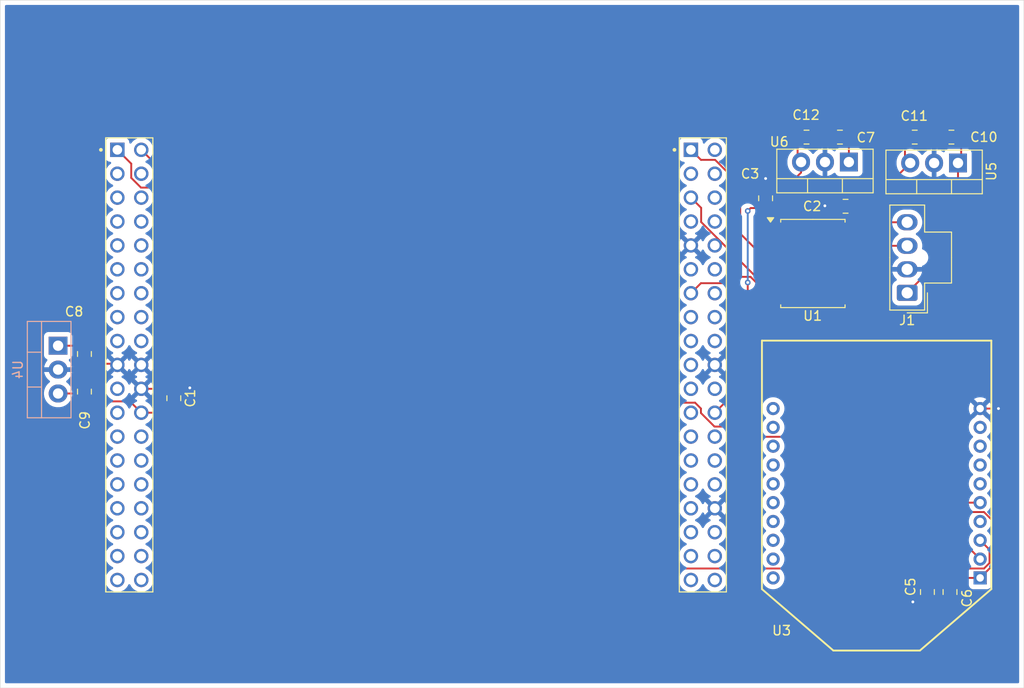
<source format=kicad_pcb>
(kicad_pcb (version 20240108) (generator "pcbnew") (generator_version "8.0")
  (layers (0 "F.Cu" signal) (31 "B.Cu" signal) (34 "B.Paste" user) (35 "F.Paste" user) (36 "B.SilkS" user "B.Silkscreen") (37 "F.SilkS" user "F.Silkscreen") (38 "B.Mask" user) (39 "F.Mask" user) (44 "Edge.Cuts" user))
  (net 0 "")
  (net 1 "GND")
  (net 2 "+12V")
  (net 3 "+9V")
  (net 4 "+5V")
  (net 5 "/CANL")
  (net 6 "/CAN1_TX")
  (net 7 "/CAN1_RX")
  (net 8 "/CANH")
  (net 16 "/RADIO_RESET")
  (net 19 "/RADIO_IN")
  (net 25 "/RADIO_OUT")
  (net 26 "+3V3")
  (footprint "Capacitor_SMD:C_0805_2012Metric_Pad1.18x1.45mm_HandSolder" (layer "F.Cu") (at 132 79.05 -90)
    (property "Reference" "C3" (at -2.6 1.65 0) (layer "F.SilkS"))
    (property "Value" "100nf")
    (fp_line (start -0.261252 0.735) (end 0.261252 0.735) (stroke (width 0.12)) (layer "F.SilkS"))
    (fp_line (start -0.261252 -0.735) (end 0.261252 -0.735) (stroke (width 0.12)) (layer "F.SilkS"))
    (pad "1" smd roundrect (at -1.0375 0 270) (size 1.175 1.45) (layers "F.Cu" "F.Paste" "F.Mask") (roundrect_rratio 0.212766) (net 1 "GND"))
    (pad "2" smd roundrect (at 1.0375 0 270) (size 1.175 1.45) (layers "F.Cu" "F.Paste" "F.Mask") (roundrect_rratio 0.212766) (net 26 "+3V3"))
  )
  (footprint "Capacitor_SMD:C_0805_2012Metric_Pad1.18x1.45mm_HandSolder" (layer "F.Cu") (at 151.75 72.55 180)
    (property "Reference" "C10" (at -3.45 0 0) (layer "F.SilkS"))
    (property "Value" "330nf")
    (fp_line (start -0.261252 0.735) (end 0.261252 0.735) (stroke (width 0.12)) (layer "F.SilkS"))
    (fp_line (start -0.261252 -0.735) (end 0.261252 -0.735) (stroke (width 0.12)) (layer "F.SilkS"))
    (pad "1" smd roundrect (at -1.0375 0 180) (size 1.175 1.45) (layers "F.Cu" "F.Paste" "F.Mask") (roundrect_rratio 0.212766) (net 2 "+12V"))
    (pad "2" smd roundrect (at 1.0375 0 180) (size 1.175 1.45) (layers "F.Cu" "F.Paste" "F.Mask") (roundrect_rratio 0.212766) (net 1 "GND"))
  )
  (footprint "FS_3_Global_Footprint_Library:NUCLEO-F446RE" (layer "F.Cu") (at 94.85 83.41)
    (property "Reference" "U2" (hide yes))
    (property "Value" "NUCLEO-F446RE" (hide yes))
    (fp_line (start -32.98 -10.78) (end -32.98 37.48) (stroke (width 0.127)) (layer "F.SilkS"))
    (fp_line (start -32.98 -10.78) (end -32.98 37.48) (stroke (width 0.127)) (layer "F.SilkS"))
    (fp_line (start -32.98 37.48) (end -27.98 37.48) (stroke (width 0.127)) (layer "F.SilkS"))
    (fp_line (start -27.98 -10.78) (end -32.98 -10.78) (stroke (width 0.127)) (layer "F.SilkS"))
    (fp_line (start -27.98 37.48) (end -27.98 -10.78) (stroke (width 0.127)) (layer "F.SilkS"))
    (fp_line (start 27.98 -10.78) (end 27.98 37.48) (stroke (width 0.127)) (layer "F.SilkS"))
    (fp_line (start 32.98 -10.78) (end 27.98 -10.78) (stroke (width 0.127)) (layer "F.SilkS"))
    (fp_line (start 32.98 -10.78) (end 32.98 37.48) (stroke (width 0.127)) (layer "F.SilkS"))
    (fp_line (start 32.98 37.48) (end 27.98 37.48) (stroke (width 0.127)) (layer "F.SilkS"))
    (fp_circle (center -33.5 -9.51) (end -33.4 -9.51) (stroke (width 0.2)) (fill none) (layer "F.SilkS"))
    (fp_circle (center 27.46 -9.51) (end 27.56 -9.51) (stroke (width 0.2)) (fill none) (layer "F.SilkS"))
    (pad "CN7_1" thru_hole rect (at -31.75 -9.51) (size 1.53 1.53) (drill 1.02) (layers "*.Cu" "*.Mask") (net 19 "/RADIO_IN"))
    (pad "CN7_2" thru_hole circle (at -29.21 -9.51) (size 1.53 1.53) (drill 1.02) (layers "*.Cu" "*.Mask") (net 25 "/RADIO_OUT"))
    (pad "CN7_3" thru_hole circle (at -31.75 -6.97) (size 1.53 1.53) (drill 1.02) (layers "*.Cu" "*.Mask"))
    (pad "CN7_4" thru_hole circle (at -29.21 -6.97) (size 1.53 1.53) (drill 1.02) (layers "*.Cu" "*.Mask"))
    (pad "CN7_5" thru_hole circle (at -31.75 -4.43) (size 1.53 1.53) (drill 1.02) (layers "*.Cu" "*.Mask"))
    (pad "CN7_6" thru_hole circle (at -29.21 -4.43) (size 1.53 1.53) (drill 1.02) (layers "*.Cu" "*.Mask"))
    (pad "CN7_7" thru_hole circle (at -31.75 -1.89) (size 1.53 1.53) (drill 1.02) (layers "*.Cu" "*.Mask"))
    (pad "CN7_8" thru_hole circle (at -29.21 -1.89) (size 1.53 1.53) (drill 1.02) (layers "*.Cu" "*.Mask"))
    (pad "CN7_9" thru_hole circle (at -31.75 0.65) (size 1.53 1.53) (drill 1.02) (layers "*.Cu" "*.Mask"))
    (pad "CN7_10" thru_hole circle (at -29.21 0.65) (size 1.53 1.53) (drill 1.02) (layers "*.Cu" "*.Mask"))
    (pad "CN7_11" thru_hole circle (at -31.75 3.19) (size 1.53 1.53) (drill 1.02) (layers "*.Cu" "*.Mask"))
    (pad "CN7_12" thru_hole circle (at -29.21 3.19) (size 1.53 1.53) (drill 1.02) (layers "*.Cu" "*.Mask"))
    (pad "CN7_13" thru_hole circle (at -31.75 5.73) (size 1.53 1.53) (drill 1.02) (layers "*.Cu" "*.Mask"))
    (pad "CN7_14" thru_hole circle (at -29.21 5.73) (size 1.53 1.53) (drill 1.02) (layers "*.Cu" "*.Mask"))
    (pad "CN7_15" thru_hole circle (at -31.75 8.27) (size 1.53 1.53) (drill 1.02) (layers "*.Cu" "*.Mask"))
    (pad "CN7_16" thru_hole circle (at -29.21 8.27) (size 1.53 1.53) (drill 1.02) (layers "*.Cu" "*.Mask"))
    (pad "CN7_17" thru_hole circle (at -31.75 10.81) (size 1.53 1.53) (drill 1.02) (layers "*.Cu" "*.Mask"))
    (pad "CN7_18" thru_hole circle (at -29.21 10.81) (size 1.53 1.53) (drill 1.02) (layers "*.Cu" "*.Mask"))
    (pad "CN7_19" thru_hole circle (at -31.75 13.35) (size 1.53 1.53) (drill 1.02) (layers "*.Cu" "*.Mask") (net 1 "GND"))
    (pad "CN7_20" thru_hole circle (at -29.21 13.35) (size 1.53 1.53) (drill 1.02) (layers "*.Cu" "*.Mask") (net 1 "GND"))
    (pad "CN7_21" thru_hole circle (at -31.75 15.89) (size 1.53 1.53) (drill 1.02) (layers "*.Cu" "*.Mask"))
    (pad "CN7_22" thru_hole circle (at -29.21 15.89) (size 1.53 1.53) (drill 1.02) (layers "*.Cu" "*.Mask") (net 1 "GND"))
    (pad "CN7_23" thru_hole circle (at -31.75 18.43) (size 1.53 1.53) (drill 1.02) (layers "*.Cu" "*.Mask"))
    (pad "CN7_24" thru_hole circle (at -29.21 18.43) (size 1.53 1.53) (drill 1.02) (layers "*.Cu" "*.Mask") (net 3 "+9V"))
    (pad "CN7_25" thru_hole circle (at -31.75 20.97) (size 1.53 1.53) (drill 1.02) (layers "*.Cu" "*.Mask"))
    (pad "CN7_26" thru_hole circle (at -29.21 20.97) (size 1.53 1.53) (drill 1.02) (layers "*.Cu" "*.Mask"))
    (pad "CN7_27" thru_hole circle (at -31.75 23.51) (size 1.53 1.53) (drill 1.02) (layers "*.Cu" "*.Mask"))
    (pad "CN7_28" thru_hole circle (at -29.21 23.51) (size 1.53 1.53) (drill 1.02) (layers "*.Cu" "*.Mask"))
    (pad "CN7_29" thru_hole circle (at -31.75 26.05) (size 1.53 1.53) (drill 1.02) (layers "*.Cu" "*.Mask"))
    (pad "CN7_30" thru_hole circle (at -29.21 26.05) (size 1.53 1.53) (drill 1.02) (layers "*.Cu" "*.Mask"))
    (pad "CN7_31" thru_hole circle (at -31.75 28.59) (size 1.53 1.53) (drill 1.02) (layers "*.Cu" "*.Mask"))
    (pad "CN7_32" thru_hole circle (at -29.21 28.59) (size 1.53 1.53) (drill 1.02) (layers "*.Cu" "*.Mask"))
    (pad "CN7_33" thru_hole circle (at -31.75 31.13) (size 1.53 1.53) (drill 1.02) (layers "*.Cu" "*.Mask"))
    (pad "CN7_34" thru_hole circle (at -29.21 31.13) (size 1.53 1.53) (drill 1.02) (layers "*.Cu" "*.Mask"))
    (pad "CN7_35" thru_hole circle (at -31.75 33.67) (size 1.53 1.53) (drill 1.02) (layers "*.Cu" "*.Mask"))
    (pad "CN7_36" thru_hole circle (at -29.21 33.67) (size 1.53 1.53) (drill 1.02) (layers "*.Cu" "*.Mask"))
    (pad "CN7_37" thru_hole circle (at -31.75 36.21) (size 1.53 1.53) (drill 1.02) (layers "*.Cu" "*.Mask"))
    (pad "CN7_38" thru_hole circle (at -29.21 36.21) (size 1.53 1.53) (drill 1.02) (layers "*.Cu" "*.Mask"))
    (pad "CN10_1" thru_hole rect (at 29.21 -9.51) (size 1.53 1.53) (drill 1.02) (layers "*.Cu" "*.Mask") (net 7 "/CAN1_RX"))
    (pad "CN10_2" thru_hole circle (at 31.75 -9.51) (size 1.53 1.53) (drill 1.02) (layers "*.Cu" "*.Mask"))
    (pad "CN10_3" thru_hole circle (at 29.21 -6.97) (size 1.53 1.53) (drill 1.02) (layers "*.Cu" "*.Mask"))
    (pad "CN10_4" thru_hole circle (at 31.75 -6.97) (size 1.53 1.53) (drill 1.02) (layers "*.Cu" "*.Mask"))
    (pad "CN10_5" thru_hole circle (at 29.21 -4.43) (size 1.53 1.53) (drill 1.02) (layers "*.Cu" "*.Mask") (net 6 "/CAN1_TX"))
    (pad "CN10_6" thru_hole circle (at 31.75 -4.43) (size 1.53 1.53) (drill 1.02) (layers "*.Cu" "*.Mask"))
    (pad "CN10_7" thru_hole circle (at 29.21 -1.89) (size 1.53 1.53) (drill 1.02) (layers "*.Cu" "*.Mask"))
    (pad "CN10_8" thru_hole circle (at 31.75 -1.89) (size 1.53 1.53) (drill 1.02) (layers "*.Cu" "*.Mask"))
    (pad "CN10_9" thru_hole circle (at 29.21 0.65) (size 1.53 1.53) (drill 1.02) (layers "*.Cu" "*.Mask") (net 1 "GND"))
    (pad "CN10_10" thru_hole circle (at 31.75 0.65) (size 1.53 1.53) (drill 1.02) (layers "*.Cu" "*.Mask"))
    (pad "CN10_11" thru_hole circle (at 29.21 3.19) (size 1.53 1.53) (drill 1.02) (layers "*.Cu" "*.Mask"))
    (pad "CN10_12" thru_hole circle (at 31.75 3.19) (size 1.53 1.53) (drill 1.02) (layers "*.Cu" "*.Mask"))
    (pad "CN10_13" thru_hole circle (at 29.21 5.73) (size 1.53 1.53) (drill 1.02) (layers "*.Cu" "*.Mask") (net 16 "/RADIO_RESET"))
    (pad "CN10_14" thru_hole circle (at 31.75 5.73) (size 1.53 1.53) (drill 1.02) (layers "*.Cu" "*.Mask"))
    (pad "CN10_15" thru_hole circle (at 29.21 8.27) (size 1.53 1.53) (drill 1.02) (layers "*.Cu" "*.Mask"))
    (pad "CN10_16" thru_hole circle (at 31.75 8.27) (size 1.53 1.53) (drill 1.02) (layers "*.Cu" "*.Mask"))
    (pad "CN10_17" thru_hole circle (at 29.21 10.81) (size 1.53 1.53) (drill 1.02) (layers "*.Cu" "*.Mask"))
    (pad "CN10_18" thru_hole circle (at 31.75 10.81) (size 1.53 1.53) (drill 1.02) (layers "*.Cu" "*.Mask"))
    (pad "CN10_19" thru_hole circle (at 29.21 13.35) (size 1.53 1.53) (drill 1.02) (layers "*.Cu" "*.Mask"))
    (pad "CN10_20" thru_hole circle (at 31.75 13.35) (size 1.53 1.53) (drill 1.02) (layers "*.Cu" "*.Mask") (net 1 "GND"))
    (pad "CN10_21" thru_hole circle (at 29.21 15.89) (size 1.53 1.53) (drill 1.02) (layers "*.Cu" "*.Mask"))
    (pad "CN10_22" thru_hole circle (at 31.75 15.89) (size 1.53 1.53) (drill 1.02) (layers "*.Cu" "*.Mask"))
    (pad "CN10_23" thru_hole circle (at 29.21 18.43) (size 1.53 1.53) (drill 1.02) (layers "*.Cu" "*.Mask"))
    (pad "CN10_24" thru_hole circle (at 31.75 18.43) (size 1.53 1.53) (drill 1.02) (layers "*.Cu" "*.Mask") (net 26 "+3V3"))
    (pad "CN10_25" thru_hole circle (at 29.21 20.97) (size 1.53 1.53) (drill 1.02) (layers "*.Cu" "*.Mask"))
    (pad "CN10_26" thru_hole circle (at 31.75 20.97) (size 1.53 1.53) (drill 1.02) (layers "*.Cu" "*.Mask"))
    (pad "CN10_27" thru_hole circle (at 29.21 23.51) (size 1.53 1.53) (drill 1.02) (layers "*.Cu" "*.Mask"))
    (pad "CN10_28" thru_hole circle (at 31.75 23.51) (size 1.53 1.53) (drill 1.02) (layers "*.Cu" "*.Mask"))
    (pad "CN10_29" thru_hole circle (at 29.21 26.05) (size 1.53 1.53) (drill 1.02) (layers "*.Cu" "*.Mask"))
    (pad "CN10_30" thru_hole circle (at 31.75 26.05) (size 1.53 1.53) (drill 1.02) (layers "*.Cu" "*.Mask"))
    (pad "CN10_31" thru_hole circle (at 29.21 28.59) (size 1.53 1.53) (drill 1.02) (layers "*.Cu" "*.Mask"))
    (pad "CN10_32" thru_hole circle (at 31.75 28.59) (size 1.53 1.53) (drill 1.02) (layers "*.Cu" "*.Mask") (net 1 "GND"))
    (pad "CN10_33" thru_hole circle (at 29.21 31.13) (size 1.53 1.53) (drill 1.02) (layers "*.Cu" "*.Mask"))
    (pad "CN10_34" thru_hole circle (at 31.75 31.13) (size 1.53 1.53) (drill 1.02) (layers "*.Cu" "*.Mask"))
    (pad "CN10_35" thru_hole circle (at 29.21 33.67) (size 1.53 1.53) (drill 1.02) (layers "*.Cu" "*.Mask"))
    (pad "CN10_36" thru_hole circle (at 31.75 33.67) (size 1.53 1.53) (drill 1.02) (layers "*.Cu" "*.Mask"))
    (pad "CN10_37" thru_hole circle (at 29.21 36.21) (size 1.53 1.53) (drill 1.02) (layers "*.Cu" "*.Mask"))
    (pad "CN10_38" thru_hole circle (at 31.75 36.21) (size 1.53 1.53) (drill 1.02) (layers "*.Cu" "*.Mask"))
  )
  (footprint "Capacitor_SMD:C_0805_2012Metric" (layer "F.Cu") (at 139.9 72.55 180)
    (property "Reference" "C7" (at -2.75 -0.05 0) (layer "F.SilkS"))
    (property "Value" "0.1 µF")
    (fp_line (start -0.261252 0.735) (end 0.261252 0.735) (stroke (width 0.12)) (layer "F.SilkS"))
    (fp_line (start -0.261252 -0.735) (end 0.261252 -0.735) (stroke (width 0.12)) (layer "F.SilkS"))
    (pad "1" smd roundrect (at -0.95 0 180) (size 1 1.45) (layers "F.Cu" "F.Paste" "F.Mask") (net 2 "+12V"))
    (pad "2" smd roundrect (at 0.95 0 180) (size 1 1.45) (layers "F.Cu" "F.Paste" "F.Mask") (net 1 "GND"))
  )
  (footprint "Capacitor_SMD:C_0805_2012Metric_Pad1.18x1.45mm_HandSolder" (layer "F.Cu") (at 140.5 79.9)
    (property "Reference" "C2" (at -3.55 0 0) (layer "F.SilkS"))
    (property "Value" "100nf")
    (fp_line (start -0.261252 -0.735) (end 0.261252 -0.735) (stroke (width 0.12)) (layer "F.SilkS"))
    (fp_line (start -0.261252 0.735) (end 0.261252 0.735) (stroke (width 0.12)) (layer "F.SilkS"))
    (pad "1" smd roundrect (at -1.0375 0) (size 1.175 1.45) (layers "F.Cu" "F.Paste" "F.Mask") (roundrect_rratio 0.212766) (net 1 "GND"))
    (pad "2" smd roundrect (at 1.0375 0) (size 1.175 1.45) (layers "F.Cu" "F.Paste" "F.Mask") (roundrect_rratio 0.212766) (net 4 "+5V"))
  )
  (footprint "Capacitor_SMD:C_0805_2012Metric_Pad1.18x1.45mm_HandSolder" (layer "F.Cu") (at 151.6 120.9 -90)
    (property "Reference" "C6" (at 0.65 -1.8 90) (layer "F.SilkS"))
    (property "Value" "47 pF")
    (fp_line (start -0.261252 0.735) (end 0.261252 0.735) (stroke (width 0.12)) (layer "F.SilkS"))
    (fp_line (start -0.261252 -0.735) (end 0.261252 -0.735) (stroke (width 0.12)) (layer "F.SilkS"))
    (pad "1" smd roundrect (at -1.0375 0 270) (size 1.175 1.45) (layers "F.Cu" "F.Paste" "F.Mask") (roundrect_rratio 0.212766) (net 26 "+3V3"))
    (pad "2" smd roundrect (at 1.0375 0 270) (size 1.175 1.45) (layers "F.Cu" "F.Paste" "F.Mask") (roundrect_rratio 0.212766) (net 1 "GND"))
  )
  (footprint "Connector_Molex:Molex_Nano-Fit_105309-xx04_1x04_P2.50mm_Vertical" (layer "F.Cu") (at 147.05 89.1 180)
    (property "Reference" "J1" (at 0 -2.92 0) (layer "F.SilkS"))
    (property "Value" "Molar Nanofit Connectors")
    (fp_line (start 1.85 9.33) (end -1.85 9.33) (stroke (width 0.12)) (layer "F.SilkS"))
    (fp_line (start 1.85 3.75) (end 1.85 9.33) (stroke (width 0.12)) (layer "F.SilkS"))
    (fp_line (start 1.85 3.75) (end 1.85 -1.83) (stroke (width 0.12)) (layer "F.SilkS"))
    (fp_line (start 1.85 -1.83) (end -1.85 -1.83) (stroke (width 0.12)) (layer "F.SilkS"))
    (fp_line (start 0 -2.13) (end -2.15 -2.13) (stroke (width 0.12)) (layer "F.SilkS"))
    (fp_line (start -1.85 9.33) (end -1.85 6.46) (stroke (width 0.12)) (layer "F.SilkS"))
    (fp_line (start -1.85 6.46) (end -4.71 6.46) (stroke (width 0.12)) (layer "F.SilkS"))
    (fp_line (start -1.85 1.04) (end -4.71 1.04) (stroke (width 0.12)) (layer "F.SilkS"))
    (fp_line (start -1.85 -1.83) (end -1.85 1.04) (stroke (width 0.12)) (layer "F.SilkS"))
    (fp_line (start -2.15 -2.13) (end -2.15 0) (stroke (width 0.12)) (layer "F.SilkS"))
    (fp_line (start -4.71 6.46) (end -4.71 3.75) (stroke (width 0.12)) (layer "F.SilkS"))
    (fp_line (start -4.71 1.04) (end -4.71 3.75) (stroke (width 0.12)) (layer "F.SilkS"))
    (pad "" np_thru_hole circle (at -1.34 3.75 180) (size 1.3 1.3) (drill 1.3) (layers "*.Cu" "*.Mask"))
    (pad "1" thru_hole roundrect (at 0 0 180) (size 2.2 1.7) (drill 1.2) (layers "*.Cu" "*.Mask") (roundrect_rratio 0.147059) (net 2 "+12V"))
    (pad "2" thru_hole oval (at 0 2.5 180) (size 2.2 1.7) (drill 1.2) (layers "*.Cu" "*.Mask") (net 1 "GND"))
    (pad "3" thru_hole oval (at 0 5 180) (size 2.2 1.7) (drill 1.2) (layers "*.Cu" "*.Mask") (net 5 "/CANL"))
    (pad "4" thru_hole oval (at 0 7.5 180) (size 2.2 1.7) (drill 1.2) (layers "*.Cu" "*.Mask") (net 8 "/CANH"))
  )
  (footprint "Capacitor_SMD:C_0805_2012Metric_Pad1.18x1.45mm_HandSolder" (layer "F.Cu") (at 147.85 72.55)
    (property "Reference" "C11" (at -0.05 -2.25 0) (layer "F.SilkS"))
    (property "Value" "100nf")
    (fp_line (start -0.261252 -0.735) (end 0.261252 -0.735) (stroke (width 0.12)) (layer "F.SilkS"))
    (fp_line (start -0.261252 0.735) (end 0.261252 0.735) (stroke (width 0.12)) (layer "F.SilkS"))
    (pad "1" smd roundrect (at -1.0375 0) (size 1.175 1.45) (layers "F.Cu" "F.Paste" "F.Mask") (roundrect_rratio 0.212766) (net 4 "+5V"))
    (pad "2" smd roundrect (at 1.0375 0) (size 1.175 1.45) (layers "F.Cu" "F.Paste" "F.Mask") (roundrect_rratio 0.212766) (net 1 "GND"))
  )
  (footprint "Capacitor_SMD:C_0805_2012Metric_Pad1.18x1.45mm_HandSolder" (layer "F.Cu") (at 59.6 95.6 -90)
    (property "Reference" "C8" (at -4.5 1.1 0) (layer "F.SilkS"))
    (property "Value" "330nf")
    (fp_line (start -0.261252 0.735) (end 0.261252 0.735) (stroke (width 0.12)) (layer "F.SilkS"))
    (fp_line (start -0.261252 -0.735) (end 0.261252 -0.735) (stroke (width 0.12)) (layer "F.SilkS"))
    (pad "1" smd roundrect (at -1.0375 0 270) (size 1.175 1.45) (layers "F.Cu" "F.Paste" "F.Mask") (roundrect_rratio 0.212766) (net 2 "+12V"))
    (pad "2" smd roundrect (at 1.0375 0 270) (size 1.175 1.45) (layers "F.Cu" "F.Paste" "F.Mask") (roundrect_rratio 0.212766) (net 1 "GND"))
  )
  (footprint "Capacitor_SMD:C_0805_2012Metric_Pad1.18x1.45mm_HandSolder" (layer "F.Cu") (at 69.1 100.3 90)
    (property "Reference" "C1" (at 0 1.75 90) (layer "F.SilkS"))
    (property "Value" "100nF")
    (fp_line (start -0.261252 -0.735) (end 0.261252 -0.735) (stroke (width 0.12)) (layer "F.SilkS"))
    (fp_line (start -0.261252 0.735) (end 0.261252 0.735) (stroke (width 0.12)) (layer "F.SilkS"))
    (pad "1" smd roundrect (at -1.0375 0 90) (size 1.175 1.45) (layers "F.Cu" "F.Paste" "F.Mask") (roundrect_rratio 0.212766) (net 3 "+9V"))
    (pad "2" smd roundrect (at 1.0375 0 90) (size 1.175 1.45) (layers "F.Cu" "F.Paste" "F.Mask") (roundrect_rratio 0.212766) (net 1 "GND"))
  )
  (footprint "FS_3_Global_Footprint_Library:XBP9B-DPST-001" (layer "F.Cu") (at 143.8 110.65 180)
    (property "Reference" "U3" (at 10.1 -14.35 0) (layer "F.SilkS") (effects (font (size 1.003055 1.003055))))
    (property "Value" "XBP9B-DPST-001")
    (fp_line (start 12.19 16.47) (end -12.19 16.47) (stroke (width 0.2)) (layer "F.SilkS"))
    (fp_line (start 12.19 -9.94) (end 12.19 16.47) (stroke (width 0.2)) (layer "F.SilkS"))
    (fp_line (start 12.19 -9.94) (end 4.6 -16.47) (stroke (width 0.2)) (layer "F.SilkS"))
    (fp_line (start -4.6 -16.47) (end 4.6 -16.47) (stroke (width 0.2)) (layer "F.SilkS"))
    (fp_line (start -12.19 16.47) (end -12.19 -9.94) (stroke (width 0.2)) (layer "F.SilkS"))
    (fp_line (start -12.19 -9.94) (end -4.6 -16.47) (stroke (width 0.2)) (layer "F.SilkS"))
    (pad "1" thru_hole rect (at -11 -8.75 180) (size 1.4 1.4) (drill 0.8) (layers "*.Cu" "*.Mask") (net 26 "+3V3"))
    (pad "2" thru_hole circle (at -11 -6.75 180) (size 1.4 1.4) (drill 0.8) (layers "*.Cu" "*.Mask") (net 25 "/RADIO_OUT"))
    (pad "3" thru_hole circle (at -11 -4.75 180) (size 1.4 1.4) (drill 0.8) (layers "*.Cu" "*.Mask") (net 19 "/RADIO_IN"))
    (pad "4" thru_hole circle (at -11 -2.75 180) (size 1.4 1.4) (drill 0.8) (layers "*.Cu" "*.Mask"))
    (pad "5" thru_hole circle (at -11 -0.75 180) (size 1.4 1.4) (drill 0.8) (layers "*.Cu" "*.Mask") (net 16 "/RADIO_RESET"))
    (pad "6" thru_hole circle (at -11 1.25 180) (size 1.4 1.4) (drill 0.8) (layers "*.Cu" "*.Mask"))
    (pad "7" thru_hole circle (at -11 3.25 180) (size 1.4 1.4) (drill 0.8) (layers "*.Cu" "*.Mask"))
    (pad "8" thru_hole circle (at -11 5.25 180) (size 1.4 1.4) (drill 0.8) (layers "*.Cu" "*.Mask"))
    (pad "9" thru_hole circle (at -11 7.25 180) (size 1.4 1.4) (drill 0.8) (layers "*.Cu" "*.Mask"))
    (pad "10" thru_hole circle (at -11 9.25 180) (size 1.4 1.4) (drill 0.8) (layers "*.Cu" "*.Mask") (net 1 "GND"))
    (pad "11" thru_hole circle (at 11 9.25 180) (size 1.4 1.4) (drill 0.8) (layers "*.Cu" "*.Mask"))
    (pad "12" thru_hole circle (at 11 7.25 180) (size 1.4 1.4) (drill 0.8) (layers "*.Cu" "*.Mask"))
    (pad "13" thru_hole circle (at 11 5.25 180) (size 1.4 1.4) (drill 0.8) (layers "*.Cu" "*.Mask"))
    (pad "14" thru_hole circle (at 11 3.25 180) (size 1.4 1.4) (drill 0.8) (layers "*.Cu" "*.Mask"))
    (pad "15" thru_hole circle (at 11 1.25 180) (size 1.4 1.4) (drill 0.8) (layers "*.Cu" "*.Mask"))
    (pad "16" thru_hole circle (at 11 -0.75 180) (size 1.4 1.4) (drill 0.8) (layers "*.Cu" "*.Mask"))
    (pad "17" thru_hole circle (at 11 -2.75 180) (size 1.4 1.4) (drill 0.8) (layers "*.Cu" "*.Mask"))
    (pad "18" thru_hole circle (at 11 -4.75 180) (size 1.4 1.4) (drill 0.8) (layers "*.Cu" "*.Mask"))
    (pad "19" thru_hole circle (at 11 -6.75 180) (size 1.4 1.4) (drill 0.8) (layers "*.Cu" "*.Mask"))
    (pad "20" thru_hole circle (at 11 -8.75 180) (size 1.4 1.4) (drill 0.8) (layers "*.Cu" "*.Mask"))
  )
  (footprint "Capacitor_SMD:C_0805_2012Metric_Pad1.18x1.45mm_HandSolder" (layer "F.Cu") (at 149.2 120.9 -90)
    (property "Reference" "C5" (at -0.55 1.8 90) (layer "F.SilkS"))
    (property "Value" "1.0 uF")
    (fp_line (start -0.261252 0.735) (end 0.261252 0.735) (stroke (width 0.12)) (layer "F.SilkS"))
    (fp_line (start -0.261252 -0.735) (end 0.261252 -0.735) (stroke (width 0.12)) (layer "F.SilkS"))
    (pad "1" smd roundrect (at -1.0375 0 270) (size 1.175 1.45) (layers "F.Cu" "F.Paste" "F.Mask") (roundrect_rratio 0.212766) (net 26 "+3V3"))
    (pad "2" smd roundrect (at 1.0375 0 270) (size 1.175 1.45) (layers "F.Cu" "F.Paste" "F.Mask") (roundrect_rratio 0.212766) (net 1 "GND"))
  )
  (footprint "Package_SO:SOP-8_6.62x9.15mm_P2.54mm" (layer "F.Cu") (at 137.025 85.98)
    (property "Reference" "U1" (at -0.025 5.57 0) (layer "F.SilkS"))
    (property "Value" "ISO1050DUB")
    (fp_line (start -3.42 -4.685) (end -3.42 -4.395) (stroke (width 0.12)) (layer "F.SilkS"))
    (fp_line (start -3.42 4.685) (end -3.42 4.395) (stroke (width 0.12)) (layer "F.SilkS"))
    (fp_line (start 0 -4.685) (end -3.42 -4.685) (stroke (width 0.12)) (layer "F.SilkS"))
    (fp_line (start 0 -4.685) (end 3.42 -4.685) (stroke (width 0.12)) (layer "F.SilkS"))
    (fp_line (start 0 4.685) (end -3.42 4.685) (stroke (width 0.12)) (layer "F.SilkS"))
    (fp_line (start 0 4.685) (end 3.42 4.685) (stroke (width 0.12)) (layer "F.SilkS"))
    (fp_line (start 3.42 -4.685) (end 3.42 -4.395) (stroke (width 0.12)) (layer "F.SilkS"))
    (fp_line (start 3.42 4.685) (end 3.42 4.395) (stroke (width 0.12)) (layer "F.SilkS"))
    (fp_poly (pts (xy -4.505 -4.395) (xy -4.845 -4.865) (xy -4.165 -4.865) (xy -4.505 -4.395)) (stroke (width 0.12)) (fill solid) (layer "F.SilkS"))
    (pad "1" smd roundrect (at -4.525 -3.81) (size 2.35 0.65) (layers "F.Cu" "F.Paste" "F.Mask") (net 26 "+3V3"))
    (pad "2" smd roundrect (at -4.525 -1.27) (size 2.35 0.65) (layers "F.Cu" "F.Paste" "F.Mask") (net 7 "/CAN1_RX"))
    (pad "3" smd roundrect (at -4.525 1.27) (size 2.35 0.65) (layers "F.Cu" "F.Paste" "F.Mask") (net 6 "/CAN1_TX"))
    (pad "4" smd roundrect (at -4.525 3.81) (size 2.35 0.65) (layers "F.Cu" "F.Paste" "F.Mask") (net 1 "GND"))
    (pad "5" smd roundrect (at 4.525 3.81) (size 2.35 0.65) (layers "F.Cu" "F.Paste" "F.Mask") (net 1 "GND"))
    (pad "6" smd roundrect (at 4.525 1.27) (size 2.35 0.65) (layers "F.Cu" "F.Paste" "F.Mask") (net 5 "/CANL"))
    (pad "7" smd roundrect (at 4.525 -1.27) (size 2.35 0.65) (layers "F.Cu" "F.Paste" "F.Mask") (net 8 "/CANH"))
    (pad "8" smd roundrect (at 4.525 -3.81) (size 2.35 0.65) (layers "F.Cu" "F.Paste" "F.Mask") (net 4 "+5V"))
  )
  (footprint "Package_TO_SOT_THT:TO-220-3_Vertical" (layer "F.Cu") (at 152.45 75.3 180)
    (property "Reference" "U5" (at -3.55 -0.9 90) (layer "F.SilkS"))
    (property "Value" "LM7805_TO220")
    (fp_line (start 7.66 -3.27) (end 7.66 1.371) (stroke (width 0.12)) (layer "F.SilkS"))
    (fp_line (start 4.391 -3.27) (end 4.391 -1.76) (stroke (width 0.12)) (layer "F.SilkS"))
    (fp_line (start 0.69 -3.27) (end 0.69 -1.76) (stroke (width 0.12)) (layer "F.SilkS"))
    (fp_line (start -2.58 1.371) (end 7.66 1.371) (stroke (width 0.12)) (layer "F.SilkS"))
    (fp_line (start -2.58 -1.76) (end 7.66 -1.76) (stroke (width 0.12)) (layer "F.SilkS"))
    (fp_line (start -2.58 -3.27) (end 7.66 -3.27) (stroke (width 0.12)) (layer "F.SilkS"))
    (fp_line (start -2.58 -3.27) (end -2.58 1.371) (stroke (width 0.12)) (layer "F.SilkS"))
    (pad "1" thru_hole rect (at 0 0 180) (size 1.905 2) (drill 1.1) (layers "*.Cu" "*.Mask") (net 2 "+12V"))
    (pad "2" thru_hole oval (at 2.54 0 180) (size 1.905 2) (drill 1.1) (layers "*.Cu" "*.Mask") (net 1 "GND"))
    (pad "3" thru_hole oval (at 5.08 0 180) (size 1.905 2) (drill 1.1) (layers "*.Cu" "*.Mask") (net 4 "+5V"))
  )
  (footprint "Capacitor_SMD:C_0805_2012Metric" (layer "F.Cu") (at 136.35 72.55)
    (property "Reference" "C12" (at -0.05 -2.35 0) (layer "F.SilkS"))
    (property "Value" "2.2 µF")
    (fp_line (start -0.261252 -0.735) (end 0.261252 -0.735) (stroke (width 0.12)) (layer "F.SilkS"))
    (fp_line (start -0.261252 0.735) (end 0.261252 0.735) (stroke (width 0.12)) (layer "F.SilkS"))
    (pad "1" smd roundrect (at -0.95 0) (size 1 1.45) (layers "F.Cu" "F.Paste" "F.Mask") (net 26 "+3V3"))
    (pad "2" smd roundrect (at 0.95 0) (size 1 1.45) (layers "F.Cu" "F.Paste" "F.Mask") (net 1 "GND"))
  )
  (footprint "Capacitor_SMD:C_0805_2012Metric_Pad1.18x1.45mm_HandSolder" (layer "F.Cu") (at 59.6 99.6 90)
    (property "Reference" "C9" (at -3.05 0.05 90) (layer "F.SilkS"))
    (property "Value" "100nf")
    (fp_line (start -0.261252 -0.735) (end 0.261252 -0.735) (stroke (width 0.12)) (layer "F.SilkS"))
    (fp_line (start -0.261252 0.735) (end 0.261252 0.735) (stroke (width 0.12)) (layer "F.SilkS"))
    (pad "1" smd roundrect (at -1.0375 0 90) (size 1.175 1.45) (layers "F.Cu" "F.Paste" "F.Mask") (roundrect_rratio 0.212766) (net 3 "+9V"))
    (pad "2" smd roundrect (at 1.0375 0 90) (size 1.175 1.45) (layers "F.Cu" "F.Paste" "F.Mask") (roundrect_rratio 0.212766) (net 1 "GND"))
  )
  (footprint "Package_TO_SOT_THT:TO-220-3_Vertical" (layer "F.Cu") (at 140.85 75.2 180)
    (property "Reference" "U6" (at 7.4 2.15 0) (layer "F.SilkS"))
    (property "Value" "LF33_TO220")
    (fp_line (start 7.66 -3.27) (end 7.66 1.371) (stroke (width 0.12)) (layer "F.SilkS"))
    (fp_line (start 4.391 -3.27) (end 4.391 -1.76) (stroke (width 0.12)) (layer "F.SilkS"))
    (fp_line (start 0.69 -3.27) (end 0.69 -1.76) (stroke (width 0.12)) (layer "F.SilkS"))
    (fp_line (start -2.58 1.371) (end 7.66 1.371) (stroke (width 0.12)) (layer "F.SilkS"))
    (fp_line (start -2.58 -1.76) (end 7.66 -1.76) (stroke (width 0.12)) (layer "F.SilkS"))
    (fp_line (start -2.58 -3.27) (end 7.66 -3.27) (stroke (width 0.12)) (layer "F.SilkS"))
    (fp_line (start -2.58 -3.27) (end -2.58 1.371) (stroke (width 0.12)) (layer "F.SilkS"))
    (pad "1" thru_hole rect (at 0 0 180) (size 1.905 2) (drill 1.1) (layers "*.Cu" "*.Mask") (net 2 "+12V"))
    (pad "2" thru_hole oval (at 2.54 0 180) (size 1.905 2) (drill 1.1) (layers "*.Cu" "*.Mask") (net 1 "GND"))
    (pad "3" thru_hole oval (at 5.08 0 180) (size 1.905 2) (drill 1.1) (layers "*.Cu" "*.Mask") (net 26 "+3V3"))
  )
  (footprint "Package_TO_SOT_THT:TO-220-3_Vertical" (layer "B.Cu") (at 56.8 94.72 -90)
    (property "Reference" "U4" (at 2.54 4.27 90) (layer "B.SilkS") (effects (justify mirror)))
    (property "Value" "LM7809_TO220")
    (fp_line (start 7.66 3.27) (end -2.58 3.27) (stroke (width 0.12)) (layer "B.SilkS"))
    (fp_line (start 0.69 1.76) (end 0.69 3.27) (stroke (width 0.12)) (layer "B.SilkS"))
    (fp_line (start 4.391 1.76) (end 4.391 3.27) (stroke (width 0.12)) (layer "B.SilkS"))
    (fp_line (start 7.66 1.76) (end -2.58 1.76) (stroke (width 0.12)) (layer "B.SilkS"))
    (fp_line (start -2.58 -1.371) (end -2.58 3.27) (stroke (width 0.12)) (layer "B.SilkS"))
    (fp_line (start 7.66 -1.371) (end 7.66 3.27) (stroke (width 0.12)) (layer "B.SilkS"))
    (fp_line (start 7.66 -1.371) (end -2.58 -1.371) (stroke (width 0.12)) (layer "B.SilkS"))
    (pad "1" thru_hole rect (at 0 0 270) (size 1.905 2) (drill 1.1) (layers "*.Cu" "*.Mask") (net 2 "+12V"))
    (pad "2" thru_hole oval (at 2.54 0 270) (size 1.905 2) (drill 1.1) (layers "*.Cu" "*.Mask") (net 1 "GND"))
    (pad "3" thru_hole oval (at 5.08 0 270) (size 1.905 2) (drill 1.1) (layers "*.Cu" "*.Mask") (net 3 "+9V"))
  )
  (gr_rect (start 50.65 58) (end 159.45 131.1) (stroke (width 0.05)) (fill none) (layer "Edge.Cuts"))
  (segment (start 138.15 72.55) (end 138.95 72.55) (width 0.2) (layer "F.Cu") (net 1))
  (segment (start 70.7375 99.2625) (end 70.8 99.2) (width 0.2) (layer "F.Cu") (net 1))
  (segment (start 149.85 72.75) (end 149.91 72.81) (width 0.2) (layer "F.Cu") (net 1))
  (segment (start 139.4625 79.9) (end 138.35 79.9) (width 0.2) (layer "F.Cu") (net 1))
  (segment (start 149.91 72.81) (end 149.91 75.3) (width 0.2) (layer "F.Cu") (net 1))
  (segment (start 62.9775 96.6375) (end 63.1 96.76) (width 0.2) (layer "F.Cu") (net 1))
  (segment (start 69.1 99.2625) (end 70.7375 99.2625) (width 0.2) (layer "F.Cu") (net 1))
  (segment (start 138.15 72.55) (end 138.31 72.71) (width 0.2) (layer "F.Cu") (net 1))
  (segment (start 59.6 96.6375) (end 62.9775 96.6375) (width 0.2) (layer "F.Cu") (net 1))
  (segment (start 69.0625 99.3) (end 69.1 99.2625) (width 0.2) (layer "F.Cu") (net 1))
  (segment (start 144.74 86.6) (end 141.55 89.79) (width 0.2) (layer "F.Cu") (net 1))
  (segment (start 149.2 121.9375) (end 151.6 121.9375) (width 0.2) (layer "F.Cu") (net 1))
  (segment (start 149.85 72.55) (end 150.7125 72.55) (width 0.2) (layer "F.Cu") (net 1))
  (segment (start 149.2 121.9375) (end 147.6625 121.9375) (width 0.2) (layer "F.Cu") (net 1))
  (segment (start 132 78.0125) (end 132 76.95) (width 0.2) (layer "F.Cu") (net 1))
  (segment (start 56.8 97.26) (end 58.9775 97.26) (width 0.2) (layer "F.Cu") (net 1))
  (segment (start 65.64 99.3) (end 69.0625 99.3) (width 0.2) (layer "F.Cu") (net 1))
  (segment (start 59.6 96.6375) (end 59.6 98.5625) (width 0.2) (layer "F.Cu") (net 1))
  (segment (start 137.3 72.55) (end 138.15 72.55) (width 0.2) (layer "F.Cu") (net 1))
  (segment (start 147.05 86.6) (end 144.74 86.6) (width 0.2) (layer "F.Cu") (net 1))
  (segment (start 148.8875 72.55) (end 149.85 72.55) (width 0.2) (layer "F.Cu") (net 1))
  (segment (start 138.35 79.9) (end 138.3 79.85) (width 0.2) (layer "F.Cu") (net 1))
  (segment (start 147.6625 121.9375) (end 147.65 121.95) (width 0.2) (layer "F.Cu") (net 1))
  (segment (start 65.64 96.76) (end 68.1425 99.2625) (width 0.2) (layer "F.Cu") (net 1))
  (segment (start 149.85 72.55) (end 149.85 72.75) (width 0.2) (layer "F.Cu") (net 1))
  (segment (start 68.1425 99.2625) (end 69.1 99.2625) (width 0.2) (layer "F.Cu") (net 1))
  (segment (start 154.8 101.4) (end 156.75 101.4) (width 0.2) (layer "F.Cu") (net 1))
  (segment (start 58.9775 97.26) (end 59.6 96.6375) (width 0.2) (layer "F.Cu") (net 1))
  (segment (start 138.31 72.71) (end 138.31 75.2) (width 0.2) (layer "F.Cu") (net 1))
  (via (at 70.8 99.2) (size 0.6) (drill 0.3) (layers "F.Cu" "B.Cu") (net 1))
  (via (at 147.65 121.95) (size 0.6) (drill 0.3) (layers "F.Cu" "B.Cu") (net 1))
  (via (at 138.3 79.85) (size 0.6) (drill 0.3) (layers "F.Cu" "B.Cu") (net 1))
  (via (at 156.75 101.4) (size 0.6) (drill 0.3) (layers "F.Cu" "B.Cu") (net 1))
  (via (at 132 76.95) (size 0.6) (drill 0.3) (layers "F.Cu" "B.Cu") (net 1))
  (segment (start 152.7875 74.9625) (end 152.45 75.3) (width 0.2) (layer "F.Cu") (net 2))
  (segment (start 152.7875 72.1375) (end 152.7875 72.55) (width 0.2) (layer "F.Cu") (net 2))
  (segment (start 59.6 94.5625) (end 59.6 71.95) (width 0.2) (layer "F.Cu") (net 2))
  (segment (start 60.6 70.95) (end 139.25 70.95) (width 0.2) (layer "F.Cu") (net 2))
  (segment (start 139.25 70.95) (end 140.85 72.55) (width 0.2) (layer "F.Cu") (net 2))
  (segment (start 140.85 72.55) (end 140.85 75.2) (width 0.2) (layer "F.Cu") (net 2))
  (segment (start 151.85 71.2) (end 152.7875 72.1375) (width 0.2) (layer "F.Cu") (net 2))
  (segment (start 147.05 89.1) (end 152.45 83.7) (width 0.2) (layer "F.Cu") (net 2))
  (segment (start 142.2 71.2) (end 151.85 71.2) (width 0.2) (layer "F.Cu") (net 2))
  (segment (start 59.4425 94.72) (end 59.6 94.5625) (width 0.2) (layer "F.Cu") (net 2))
  (segment (start 152.7875 72.55) (end 152.7875 74.9625) (width 0.2) (layer "F.Cu") (net 2))
  (segment (start 59.6 71.95) (end 60.6 70.95) (width 0.2) (layer "F.Cu") (net 2))
  (segment (start 152.45 83.7) (end 152.45 75.3) (width 0.2) (layer "F.Cu") (net 2))
  (segment (start 140.85 72.55) (end 142.2 71.2) (width 0.2) (layer "F.Cu") (net 2))
  (segment (start 56.8 94.72) (end 59.4425 94.72) (width 0.2) (layer "F.Cu") (net 2))
  (segment (start 65.64 101.84) (end 66.91 101.84) (width 0.2) (layer "F.Cu") (net 3))
  (segment (start 56.8 99.8) (end 58.7625 99.8) (width 0.2) (layer "F.Cu") (net 3))
  (segment (start 67.4125 101.3375) (end 69.1 101.3375) (width 0.2) (layer "F.Cu") (net 3))
  (segment (start 59.6 100.6375) (end 64.4375 100.6375) (width 0.2) (layer "F.Cu") (net 3))
  (segment (start 68.5975 101.84) (end 69.1 101.3375) (width 0.2) (layer "F.Cu") (net 3))
  (segment (start 58.7625 99.8) (end 59.6 100.6375) (width 0.2) (layer "F.Cu") (net 3))
  (segment (start 64.4375 100.6375) (end 65.64 101.84) (width 0.2) (layer "F.Cu") (net 3))
  (segment (start 66.91 101.84) (end 67.4125 101.3375) (width 0.2) (layer "F.Cu") (net 3))
  (segment (start 141.5375 79.9) (end 142.77 79.9) (width 0.2) (layer "F.Cu") (net 4))
  (segment (start 141.5375 82.1575) (end 141.55 82.17) (width 0.2) (layer "F.Cu") (net 4))
  (segment (start 146.8125 72.55) (end 146.8125 74.7425) (width 0.2) (layer "F.Cu") (net 4))
  (segment (start 146.8125 74.7425) (end 147.37 75.3) (width 0.2) (layer "F.Cu") (net 4))
  (segment (start 141.5375 79.9) (end 141.5375 82.1575) (width 0.2) (layer "F.Cu") (net 4))
  (segment (start 142.77 79.9) (end 147.37 75.3) (width 0.2) (layer "F.Cu") (net 4))
  (segment (start 144.7 84.1) (end 141.55 87.25) (width 0.2) (layer "F.Cu") (net 5))
  (segment (start 147.05 84.1) (end 144.7 84.1) (width 0.2) (layer "F.Cu") (net 5))
  (segment (start 125.15 81.576138) (end 125.15 80.07) (width 0.2) (layer "F.Cu") (net 6))
  (segment (start 130.823862 87.25) (end 125.15 81.576138) (width 0.2) (layer "F.Cu") (net 6))
  (segment (start 125.15 80.07) (end 124.06 78.98) (width 0.2) (layer "F.Cu") (net 6))
  (segment (start 132.5 87.25) (end 130.823862 87.25) (width 0.2) (layer "F.Cu") (net 6))
  (segment (start 129.3 77.633862) (end 129.3 82.8) (width 0.2) (layer "F.Cu") (net 7))
  (segment (start 125.125 74.965) (end 126.631138 74.965) (width 0.2) (layer "F.Cu") (net 7))
  (segment (start 129.3 82.8) (end 131.21 84.71) (width 0.2) (layer "F.Cu") (net 7))
  (segment (start 131.21 84.71) (end 132.5 84.71) (width 0.2) (layer "F.Cu") (net 7))
  (segment (start 124.06 73.9) (end 125.125 74.965) (width 0.2) (layer "F.Cu") (net 7))
  (segment (start 126.631138 74.965) (end 129.3 77.633862) (width 0.2) (layer "F.Cu") (net 7))
  (segment (start 144.66 81.6) (end 141.55 84.71) (width 0.2) (layer "F.Cu") (net 8))
  (segment (start 147.05 81.6) (end 144.66 81.6) (width 0.2) (layer "F.Cu") (net 8))
  (segment (start 131.025 92.075) (end 150.35 111.4) (width 0.2) (layer "F.Cu") (net 16))
  (segment (start 131.025 88.025) (end 131.025 92.075) (width 0.2) (layer "F.Cu") (net 16))
  (segment (start 128.35 87.4) (end 130.4 87.4) (width 0.2) (layer "F.Cu") (net 16))
  (segment (start 125.125 88.075) (end 127.675 88.075) (width 0.2) (layer "F.Cu") (net 16))
  (segment (start 127.675 88.075) (end 128.35 87.4) (width 0.2) (layer "F.Cu") (net 16))
  (segment (start 150.35 111.4) (end 154.8 111.4) (width 0.2) (layer "F.Cu") (net 16))
  (segment (start 124.06 89.14) (end 125.125 88.075) (width 0.2) (layer "F.Cu") (net 16))
  (segment (start 130.4 87.4) (end 131.025 88.025) (width 0.2) (layer "F.Cu") (net 16))
  (segment (start 155.214214 118.4) (end 155.8 117.814214) (width 0.2) (layer "F.Cu") (net 19))
  (segment (start 109.55 118.4) (end 155.214214 118.4) (width 0.2) (layer "F.Cu") (net 19))
  (segment (start 155.8 116.4) (end 154.8 115.4) (width 0.2) (layer "F.Cu") (net 19))
  (segment (start 69.065 77.915) (end 109.55 118.4) (width 0.2) (layer "F.Cu") (net 19))
  (segment (start 155.8 117.814214) (end 155.8 116.4) (width 0.2) (layer "F.Cu") (net 19))
  (segment (start 63.1 73.9) (end 64.575 75.375) (width 0.2) (layer "F.Cu") (net 19))
  (segment (start 64.575 75.375) (end 64.575 76.881138) (width 0.2) (layer "F.Cu") (net 19))
  (segment (start 65.608862 77.915) (end 69.065 77.915) (width 0.2) (layer "F.Cu") (net 19))
  (segment (start 64.575 76.881138) (end 65.608862 77.915) (width 0.2) (layer "F.Cu") (net 19))
  (segment (start 130.665 103.315) (end 131.75 104.4) (width 0.2) (layer "F.Cu") (net 25))
  (segment (start 141.8 104.4) (end 154.8 117.4) (width 0.2) (layer "F.Cu") (net 25))
  (segment (start 125.125 101.871138) (end 126.568862 103.315) (width 0.2) (layer "F.Cu") (net 25))
  (segment (start 92.515 100.775) (end 124.501138 100.775) (width 0.2) (layer "F.Cu") (net 25))
  (segment (start 65.64 73.9) (end 92.515 100.775) (width 0.2) (layer "F.Cu") (net 25))
  (segment (start 124.501138 100.775) (end 125.125 101.398862) (width 0.2) (layer "F.Cu") (net 25))
  (segment (start 131.75 104.4) (end 141.8 104.4) (width 0.2) (layer "F.Cu") (net 25))
  (segment (start 126.568862 103.315) (end 130.665 103.315) (width 0.2) (layer "F.Cu") (net 25))
  (segment (start 125.125 101.398862) (end 125.125 101.871138) (width 0.2) (layer "F.Cu") (net 25))
  (segment (start 153.3 119.4) (end 154.8 119.4) (width 0.2) (layer "F.Cu") (net 26))
  (segment (start 151.6 119.8625) (end 152.8375 119.8625) (width 0.2) (layer "F.Cu") (net 26))
  (segment (start 130.4125 80.0875) (end 130.1 80.4) (width 0.2) (layer "F.Cu") (net 26))
  (segment (start 156.25 117.95) (end 154.8 119.4) (width 0.2) (layer "F.Cu") (net 26))
  (segment (start 152.8375 119.8625) (end 153.3 119.4) (width 0.2) (layer "F.Cu") (net 26))
  (segment (start 132 81.67) (end 132.5 82.17) (width 0.2) (layer "F.Cu") (net 26))
  (segment (start 150.385786 112.4) (end 155.214214 112.4) (width 0.2) (layer "F.Cu") (net 26))
  (segment (start 130.1 88) (end 130.1 92.114214) (width 0.2) (layer "F.Cu") (net 26))
  (segment (start 132 80.0875) (end 130.4125 80.0875) (width 0.2) (layer "F.Cu") (net 26))
  (segment (start 135.4 74.83) (end 135.77 75.2) (width 0.2) (layer "F.Cu") (net 26))
  (segment (start 135.77 76.3175) (end 132 80.0875) (width 0.2) (layer "F.Cu") (net 26))
  (segment (start 130.1 98.34) (end 130.1 92.114214) (width 0.2) (layer "F.Cu") (net 26))
  (segment (start 156.25 113.435786) (end 156.25 117.95) (width 0.2) (layer "F.Cu") (net 26))
  (segment (start 135.77 75.2) (end 135.77 76.3175) (width 0.2) (layer "F.Cu") (net 26))
  (segment (start 132 80.0875) (end 132 81.67) (width 0.2) (layer "F.Cu") (net 26))
  (segment (start 130.1 92.114214) (end 150.385786 112.4) (width 0.2) (layer "F.Cu") (net 26))
  (segment (start 126.6 101.84) (end 130.1 98.34) (width 0.2) (layer "F.Cu") (net 26))
  (segment (start 135.4 72.55) (end 135.4 74.83) (width 0.2) (layer "F.Cu") (net 26))
  (segment (start 155.214214 112.4) (end 156.25 113.435786) (width 0.2) (layer "F.Cu") (net 26))
  (segment (start 149.2 119.8625) (end 151.6 119.8625) (width 0.2) (layer "F.Cu") (net 26))
  (segment (start 154.75 119.45) (end 154.8 119.4) (width 0.2) (layer "F.Cu") (net 26))
  (via (at 130.1 80.4) (size 0.6) (drill 0.3) (layers "F.Cu" "B.Cu") (net 26))
  (via (at 130.1 88) (size 0.6) (drill 0.3) (layers "F.Cu" "B.Cu") (net 26))
  (segment (start 130.1 80.4) (end 130.1 88) (width 0.2) (layer "B.Cu") (net 26))
  (zone (net 1) (net_name "GND") (layer "B.Cu") (connect_pads (clearance 0.5)) (min_thickness 0.25) (fill yes (thermal_gap 0.5) (thermal_bridge_width 0.5))
    (polygon (pts (xy 50.65 58) (xy 50.65 131.1) (xy 159.45 131.1) (xy 159.45 58)))
  )
)
</source>
